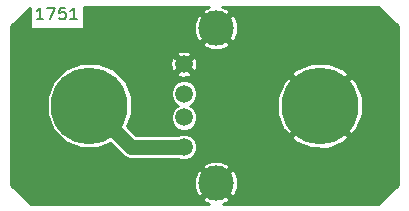
<source format=gtl>
G04 #@! TF.FileFunction,Copper,L1,Top,Signal*
%FSLAX46Y46*%
G04 Gerber Fmt 4.6, Leading zero omitted, Abs format (unit mm)*
G04 Created by KiCad (PCBNEW 4.0.7) date 12/19/17 23:32:23*
%MOMM*%
%LPD*%
G01*
G04 APERTURE LIST*
%ADD10C,0.100000*%
%ADD11C,0.150000*%
%ADD12C,6.500000*%
%ADD13C,1.500000*%
%ADD14C,3.000000*%
%ADD15C,0.600000*%
%ADD16C,1.270000*%
%ADD17C,0.250000*%
%ADD18C,0.254000*%
G04 APERTURE END LIST*
D10*
D11*
X136357143Y-92702381D02*
X135785714Y-92702381D01*
X136071428Y-92702381D02*
X136071428Y-91702381D01*
X135976190Y-91845238D01*
X135880952Y-91940476D01*
X135785714Y-91988095D01*
X136690476Y-91702381D02*
X137357143Y-91702381D01*
X136928571Y-92702381D01*
X138214286Y-91702381D02*
X137738095Y-91702381D01*
X137690476Y-92178571D01*
X137738095Y-92130952D01*
X137833333Y-92083333D01*
X138071429Y-92083333D01*
X138166667Y-92130952D01*
X138214286Y-92178571D01*
X138261905Y-92273810D01*
X138261905Y-92511905D01*
X138214286Y-92607143D01*
X138166667Y-92654762D01*
X138071429Y-92702381D01*
X137833333Y-92702381D01*
X137738095Y-92654762D01*
X137690476Y-92607143D01*
X139214286Y-92702381D02*
X138642857Y-92702381D01*
X138928571Y-92702381D02*
X138928571Y-91702381D01*
X138833333Y-91845238D01*
X138738095Y-91940476D01*
X138642857Y-91988095D01*
D12*
X159750000Y-100000000D03*
X140250000Y-100000000D03*
D13*
X148250000Y-96500000D03*
X148250000Y-99000000D03*
X148250000Y-101000000D03*
X148250000Y-103500000D03*
D14*
X150960000Y-93430000D03*
X150960000Y-106570000D03*
D15*
X140000000Y-108000000D03*
X145000000Y-108000000D03*
X134000000Y-98000000D03*
X134000000Y-103000000D03*
X135000000Y-107000000D03*
X145000000Y-92000000D03*
X135000000Y-93000000D03*
X155000000Y-92000000D03*
X160000000Y-92000000D03*
X165000000Y-93000000D03*
X166000000Y-98000000D03*
X166000000Y-103000000D03*
X165000000Y-107000000D03*
X160000000Y-108000000D03*
X155000000Y-108000000D03*
D16*
X148250000Y-103500000D02*
X143750000Y-103500000D01*
X143750000Y-103500000D02*
X140250000Y-100000000D01*
D17*
X140000000Y-108000000D02*
X145000000Y-108000000D01*
X135000000Y-93000000D02*
X134000000Y-94000000D01*
X134000000Y-94000000D02*
X134000000Y-98000000D01*
X134000000Y-103000000D02*
X134000000Y-106000000D01*
X134000000Y-106000000D02*
X135000000Y-107000000D01*
X148250000Y-96500000D02*
X145500000Y-93750000D01*
X145500000Y-93750000D02*
X145500000Y-92500000D01*
X145500000Y-92500000D02*
X145000000Y-92000000D01*
X156000000Y-93000000D02*
X155000000Y-92000000D01*
X160000000Y-92000000D02*
X164000000Y-92000000D01*
X164000000Y-92000000D02*
X165000000Y-93000000D01*
X166000000Y-98000000D02*
X166000000Y-103000000D01*
X165000000Y-107000000D02*
X164000000Y-108000000D01*
X164000000Y-108000000D02*
X160000000Y-108000000D01*
X159750000Y-100000000D02*
X162750000Y-97000000D01*
X162750000Y-97000000D02*
X162750000Y-93750000D01*
X162750000Y-93750000D02*
X162000000Y-93000000D01*
X162000000Y-93000000D02*
X156000000Y-93000000D01*
D18*
G36*
X149937935Y-91807183D02*
X149764162Y-92054556D01*
X150960000Y-93250395D01*
X152155838Y-92054556D01*
X151982065Y-91807183D01*
X151511522Y-91627000D01*
X164697394Y-91627000D01*
X166373000Y-93302606D01*
X166373000Y-106697394D01*
X164697394Y-108373000D01*
X151547065Y-108373000D01*
X151982065Y-108192817D01*
X152155838Y-107945444D01*
X150960000Y-106749605D01*
X149764162Y-107945444D01*
X149937935Y-108192817D01*
X150408478Y-108373000D01*
X135302606Y-108373000D01*
X133627000Y-106697394D01*
X133627000Y-106246760D01*
X149069585Y-106246760D01*
X149089786Y-106994796D01*
X149337183Y-107592065D01*
X149584556Y-107765838D01*
X150780395Y-106570000D01*
X151139605Y-106570000D01*
X152335444Y-107765838D01*
X152582817Y-107592065D01*
X152850415Y-106893240D01*
X152830214Y-106145204D01*
X152582817Y-105547935D01*
X152335444Y-105374162D01*
X151139605Y-106570000D01*
X150780395Y-106570000D01*
X149584556Y-105374162D01*
X149337183Y-105547935D01*
X149069585Y-106246760D01*
X133627000Y-106246760D01*
X133627000Y-105194556D01*
X149764162Y-105194556D01*
X150960000Y-106390395D01*
X152155838Y-105194556D01*
X151982065Y-104947183D01*
X151283240Y-104679585D01*
X150535204Y-104699786D01*
X149937935Y-104947183D01*
X149764162Y-105194556D01*
X133627000Y-105194556D01*
X133627000Y-100719082D01*
X136618372Y-100719082D01*
X137169994Y-102054109D01*
X138190519Y-103076417D01*
X139524581Y-103630368D01*
X140969082Y-103631628D01*
X142013318Y-103200158D01*
X143031579Y-104218420D01*
X143251821Y-104365581D01*
X143361194Y-104438662D01*
X143750000Y-104516000D01*
X147747565Y-104516000D01*
X148024043Y-104630804D01*
X148473983Y-104631196D01*
X148889823Y-104459375D01*
X149208256Y-104141497D01*
X149380804Y-103725957D01*
X149381196Y-103276017D01*
X149209375Y-102860177D01*
X148988259Y-102638674D01*
X157290932Y-102638674D01*
X157677966Y-103067976D01*
X159009753Y-103627374D01*
X160454237Y-103634537D01*
X161791507Y-103088374D01*
X161822034Y-103067976D01*
X162209068Y-102638674D01*
X159750000Y-100179605D01*
X157290932Y-102638674D01*
X148988259Y-102638674D01*
X148891497Y-102541744D01*
X148475957Y-102369196D01*
X148026017Y-102368804D01*
X147747220Y-102484000D01*
X144170841Y-102484000D01*
X143449619Y-101762778D01*
X143880368Y-100725419D01*
X143881628Y-99280918D01*
X143858103Y-99223983D01*
X147118804Y-99223983D01*
X147290625Y-99639823D01*
X147608503Y-99958256D01*
X147708766Y-99999889D01*
X147610177Y-100040625D01*
X147291744Y-100358503D01*
X147119196Y-100774043D01*
X147118804Y-101223983D01*
X147290625Y-101639823D01*
X147608503Y-101958256D01*
X148024043Y-102130804D01*
X148473983Y-102131196D01*
X148889823Y-101959375D01*
X149208256Y-101641497D01*
X149380804Y-101225957D01*
X149381196Y-100776017D01*
X149351538Y-100704237D01*
X156115463Y-100704237D01*
X156661626Y-102041507D01*
X156682024Y-102072034D01*
X157111326Y-102459068D01*
X159570395Y-100000000D01*
X159929605Y-100000000D01*
X162388674Y-102459068D01*
X162817976Y-102072034D01*
X163377374Y-100740247D01*
X163384537Y-99295763D01*
X162838374Y-97958493D01*
X162817976Y-97927966D01*
X162388674Y-97540932D01*
X159929605Y-100000000D01*
X159570395Y-100000000D01*
X157111326Y-97540932D01*
X156682024Y-97927966D01*
X156122626Y-99259753D01*
X156115463Y-100704237D01*
X149351538Y-100704237D01*
X149209375Y-100360177D01*
X148891497Y-100041744D01*
X148791234Y-100000111D01*
X148889823Y-99959375D01*
X149208256Y-99641497D01*
X149380804Y-99225957D01*
X149381196Y-98776017D01*
X149209375Y-98360177D01*
X148891497Y-98041744D01*
X148475957Y-97869196D01*
X148026017Y-97868804D01*
X147610177Y-98040625D01*
X147291744Y-98358503D01*
X147119196Y-98774043D01*
X147118804Y-99223983D01*
X143858103Y-99223983D01*
X143330006Y-97945891D01*
X142717631Y-97332446D01*
X147597159Y-97332446D01*
X147679059Y-97501898D01*
X148105930Y-97644123D01*
X148554733Y-97612164D01*
X148820941Y-97501898D01*
X148888882Y-97361326D01*
X157290932Y-97361326D01*
X159750000Y-99820395D01*
X162209068Y-97361326D01*
X161822034Y-96932024D01*
X160490247Y-96372626D01*
X159045763Y-96365463D01*
X157708493Y-96911626D01*
X157677966Y-96932024D01*
X157290932Y-97361326D01*
X148888882Y-97361326D01*
X148902841Y-97332446D01*
X148250000Y-96679605D01*
X147597159Y-97332446D01*
X142717631Y-97332446D01*
X142309481Y-96923583D01*
X140975419Y-96369632D01*
X139530918Y-96368372D01*
X138195891Y-96919994D01*
X137173583Y-97940519D01*
X136619632Y-99274581D01*
X136618372Y-100719082D01*
X133627000Y-100719082D01*
X133627000Y-96355930D01*
X147105877Y-96355930D01*
X147137836Y-96804733D01*
X147248102Y-97070941D01*
X147417554Y-97152841D01*
X148070395Y-96500000D01*
X148429605Y-96500000D01*
X149082446Y-97152841D01*
X149251898Y-97070941D01*
X149394123Y-96644070D01*
X149362164Y-96195267D01*
X149251898Y-95929059D01*
X149082446Y-95847159D01*
X148429605Y-96500000D01*
X148070395Y-96500000D01*
X147417554Y-95847159D01*
X147248102Y-95929059D01*
X147105877Y-96355930D01*
X133627000Y-96355930D01*
X133627000Y-95667554D01*
X147597159Y-95667554D01*
X148250000Y-96320395D01*
X148902841Y-95667554D01*
X148820941Y-95498102D01*
X148394070Y-95355877D01*
X147945267Y-95387836D01*
X147679059Y-95498102D01*
X147597159Y-95667554D01*
X133627000Y-95667554D01*
X133627000Y-94805444D01*
X149764162Y-94805444D01*
X149937935Y-95052817D01*
X150636760Y-95320415D01*
X151384796Y-95300214D01*
X151982065Y-95052817D01*
X152155838Y-94805444D01*
X150960000Y-93609605D01*
X149764162Y-94805444D01*
X133627000Y-94805444D01*
X133627000Y-93302606D01*
X135214238Y-91715368D01*
X135214238Y-93506000D01*
X139785762Y-93506000D01*
X139785762Y-93106760D01*
X149069585Y-93106760D01*
X149089786Y-93854796D01*
X149337183Y-94452065D01*
X149584556Y-94625838D01*
X150780395Y-93430000D01*
X151139605Y-93430000D01*
X152335444Y-94625838D01*
X152582817Y-94452065D01*
X152850415Y-93753240D01*
X152830214Y-93005204D01*
X152582817Y-92407935D01*
X152335444Y-92234162D01*
X151139605Y-93430000D01*
X150780395Y-93430000D01*
X149584556Y-92234162D01*
X149337183Y-92407935D01*
X149069585Y-93106760D01*
X139785762Y-93106760D01*
X139785762Y-91627000D01*
X150372935Y-91627000D01*
X149937935Y-91807183D01*
X149937935Y-91807183D01*
G37*
X149937935Y-91807183D02*
X149764162Y-92054556D01*
X150960000Y-93250395D01*
X152155838Y-92054556D01*
X151982065Y-91807183D01*
X151511522Y-91627000D01*
X164697394Y-91627000D01*
X166373000Y-93302606D01*
X166373000Y-106697394D01*
X164697394Y-108373000D01*
X151547065Y-108373000D01*
X151982065Y-108192817D01*
X152155838Y-107945444D01*
X150960000Y-106749605D01*
X149764162Y-107945444D01*
X149937935Y-108192817D01*
X150408478Y-108373000D01*
X135302606Y-108373000D01*
X133627000Y-106697394D01*
X133627000Y-106246760D01*
X149069585Y-106246760D01*
X149089786Y-106994796D01*
X149337183Y-107592065D01*
X149584556Y-107765838D01*
X150780395Y-106570000D01*
X151139605Y-106570000D01*
X152335444Y-107765838D01*
X152582817Y-107592065D01*
X152850415Y-106893240D01*
X152830214Y-106145204D01*
X152582817Y-105547935D01*
X152335444Y-105374162D01*
X151139605Y-106570000D01*
X150780395Y-106570000D01*
X149584556Y-105374162D01*
X149337183Y-105547935D01*
X149069585Y-106246760D01*
X133627000Y-106246760D01*
X133627000Y-105194556D01*
X149764162Y-105194556D01*
X150960000Y-106390395D01*
X152155838Y-105194556D01*
X151982065Y-104947183D01*
X151283240Y-104679585D01*
X150535204Y-104699786D01*
X149937935Y-104947183D01*
X149764162Y-105194556D01*
X133627000Y-105194556D01*
X133627000Y-100719082D01*
X136618372Y-100719082D01*
X137169994Y-102054109D01*
X138190519Y-103076417D01*
X139524581Y-103630368D01*
X140969082Y-103631628D01*
X142013318Y-103200158D01*
X143031579Y-104218420D01*
X143251821Y-104365581D01*
X143361194Y-104438662D01*
X143750000Y-104516000D01*
X147747565Y-104516000D01*
X148024043Y-104630804D01*
X148473983Y-104631196D01*
X148889823Y-104459375D01*
X149208256Y-104141497D01*
X149380804Y-103725957D01*
X149381196Y-103276017D01*
X149209375Y-102860177D01*
X148988259Y-102638674D01*
X157290932Y-102638674D01*
X157677966Y-103067976D01*
X159009753Y-103627374D01*
X160454237Y-103634537D01*
X161791507Y-103088374D01*
X161822034Y-103067976D01*
X162209068Y-102638674D01*
X159750000Y-100179605D01*
X157290932Y-102638674D01*
X148988259Y-102638674D01*
X148891497Y-102541744D01*
X148475957Y-102369196D01*
X148026017Y-102368804D01*
X147747220Y-102484000D01*
X144170841Y-102484000D01*
X143449619Y-101762778D01*
X143880368Y-100725419D01*
X143881628Y-99280918D01*
X143858103Y-99223983D01*
X147118804Y-99223983D01*
X147290625Y-99639823D01*
X147608503Y-99958256D01*
X147708766Y-99999889D01*
X147610177Y-100040625D01*
X147291744Y-100358503D01*
X147119196Y-100774043D01*
X147118804Y-101223983D01*
X147290625Y-101639823D01*
X147608503Y-101958256D01*
X148024043Y-102130804D01*
X148473983Y-102131196D01*
X148889823Y-101959375D01*
X149208256Y-101641497D01*
X149380804Y-101225957D01*
X149381196Y-100776017D01*
X149351538Y-100704237D01*
X156115463Y-100704237D01*
X156661626Y-102041507D01*
X156682024Y-102072034D01*
X157111326Y-102459068D01*
X159570395Y-100000000D01*
X159929605Y-100000000D01*
X162388674Y-102459068D01*
X162817976Y-102072034D01*
X163377374Y-100740247D01*
X163384537Y-99295763D01*
X162838374Y-97958493D01*
X162817976Y-97927966D01*
X162388674Y-97540932D01*
X159929605Y-100000000D01*
X159570395Y-100000000D01*
X157111326Y-97540932D01*
X156682024Y-97927966D01*
X156122626Y-99259753D01*
X156115463Y-100704237D01*
X149351538Y-100704237D01*
X149209375Y-100360177D01*
X148891497Y-100041744D01*
X148791234Y-100000111D01*
X148889823Y-99959375D01*
X149208256Y-99641497D01*
X149380804Y-99225957D01*
X149381196Y-98776017D01*
X149209375Y-98360177D01*
X148891497Y-98041744D01*
X148475957Y-97869196D01*
X148026017Y-97868804D01*
X147610177Y-98040625D01*
X147291744Y-98358503D01*
X147119196Y-98774043D01*
X147118804Y-99223983D01*
X143858103Y-99223983D01*
X143330006Y-97945891D01*
X142717631Y-97332446D01*
X147597159Y-97332446D01*
X147679059Y-97501898D01*
X148105930Y-97644123D01*
X148554733Y-97612164D01*
X148820941Y-97501898D01*
X148888882Y-97361326D01*
X157290932Y-97361326D01*
X159750000Y-99820395D01*
X162209068Y-97361326D01*
X161822034Y-96932024D01*
X160490247Y-96372626D01*
X159045763Y-96365463D01*
X157708493Y-96911626D01*
X157677966Y-96932024D01*
X157290932Y-97361326D01*
X148888882Y-97361326D01*
X148902841Y-97332446D01*
X148250000Y-96679605D01*
X147597159Y-97332446D01*
X142717631Y-97332446D01*
X142309481Y-96923583D01*
X140975419Y-96369632D01*
X139530918Y-96368372D01*
X138195891Y-96919994D01*
X137173583Y-97940519D01*
X136619632Y-99274581D01*
X136618372Y-100719082D01*
X133627000Y-100719082D01*
X133627000Y-96355930D01*
X147105877Y-96355930D01*
X147137836Y-96804733D01*
X147248102Y-97070941D01*
X147417554Y-97152841D01*
X148070395Y-96500000D01*
X148429605Y-96500000D01*
X149082446Y-97152841D01*
X149251898Y-97070941D01*
X149394123Y-96644070D01*
X149362164Y-96195267D01*
X149251898Y-95929059D01*
X149082446Y-95847159D01*
X148429605Y-96500000D01*
X148070395Y-96500000D01*
X147417554Y-95847159D01*
X147248102Y-95929059D01*
X147105877Y-96355930D01*
X133627000Y-96355930D01*
X133627000Y-95667554D01*
X147597159Y-95667554D01*
X148250000Y-96320395D01*
X148902841Y-95667554D01*
X148820941Y-95498102D01*
X148394070Y-95355877D01*
X147945267Y-95387836D01*
X147679059Y-95498102D01*
X147597159Y-95667554D01*
X133627000Y-95667554D01*
X133627000Y-94805444D01*
X149764162Y-94805444D01*
X149937935Y-95052817D01*
X150636760Y-95320415D01*
X151384796Y-95300214D01*
X151982065Y-95052817D01*
X152155838Y-94805444D01*
X150960000Y-93609605D01*
X149764162Y-94805444D01*
X133627000Y-94805444D01*
X133627000Y-93302606D01*
X135214238Y-91715368D01*
X135214238Y-93506000D01*
X139785762Y-93506000D01*
X139785762Y-93106760D01*
X149069585Y-93106760D01*
X149089786Y-93854796D01*
X149337183Y-94452065D01*
X149584556Y-94625838D01*
X150780395Y-93430000D01*
X151139605Y-93430000D01*
X152335444Y-94625838D01*
X152582817Y-94452065D01*
X152850415Y-93753240D01*
X152830214Y-93005204D01*
X152582817Y-92407935D01*
X152335444Y-92234162D01*
X151139605Y-93430000D01*
X150780395Y-93430000D01*
X149584556Y-92234162D01*
X149337183Y-92407935D01*
X149069585Y-93106760D01*
X139785762Y-93106760D01*
X139785762Y-91627000D01*
X150372935Y-91627000D01*
X149937935Y-91807183D01*
M02*

</source>
